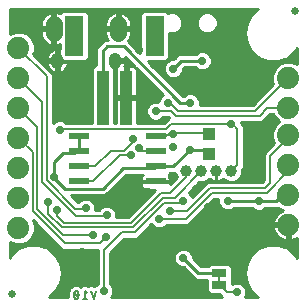
<source format=gbl>
G75*
%MOIN*%
%OFA0B0*%
%FSLAX25Y25*%
%IPPOS*%
%LPD*%
%AMOC8*
5,1,8,0,0,1.08239X$1,22.5*
%
%ADD10C,0.00500*%
%ADD11C,0.05512*%
%ADD12C,0.03937*%
%ADD13C,0.07400*%
%ADD14R,0.06700X0.02400*%
%ADD15C,0.02900*%
%ADD16C,0.02500*%
%ADD17C,0.03937*%
%ADD18R,0.03937X0.04331*%
%ADD19R,0.05000X0.02500*%
%ADD20R,0.01000X0.01600*%
%ADD21R,0.03937X0.18110*%
%ADD22R,0.06299X0.13386*%
%ADD23C,0.01000*%
%ADD24C,0.00800*%
D10*
X0148148Y0054058D02*
X0148186Y0054141D01*
X0148222Y0054226D01*
X0148253Y0054312D01*
X0148281Y0054400D01*
X0148305Y0054488D01*
X0148326Y0054577D01*
X0148343Y0054668D01*
X0148356Y0054758D01*
X0148365Y0054850D01*
X0148371Y0054941D01*
X0148373Y0055033D01*
X0146873Y0055033D02*
X0146875Y0054941D01*
X0146881Y0054850D01*
X0146890Y0054758D01*
X0146903Y0054668D01*
X0146920Y0054577D01*
X0146941Y0054488D01*
X0146965Y0054400D01*
X0146993Y0054312D01*
X0147024Y0054226D01*
X0147060Y0054141D01*
X0147098Y0054058D01*
X0147115Y0054015D01*
X0147135Y0053974D01*
X0147158Y0053935D01*
X0147185Y0053897D01*
X0147215Y0053862D01*
X0147247Y0053830D01*
X0147282Y0053800D01*
X0147319Y0053773D01*
X0147359Y0053750D01*
X0147400Y0053730D01*
X0147443Y0053713D01*
X0147487Y0053700D01*
X0147532Y0053691D01*
X0147577Y0053685D01*
X0147623Y0053683D01*
X0147669Y0053685D01*
X0147714Y0053691D01*
X0147759Y0053700D01*
X0147803Y0053713D01*
X0147846Y0053730D01*
X0147887Y0053750D01*
X0147927Y0053773D01*
X0147964Y0053800D01*
X0147999Y0053830D01*
X0148031Y0053862D01*
X0148061Y0053897D01*
X0148088Y0053935D01*
X0148111Y0053974D01*
X0148131Y0054015D01*
X0148148Y0054058D01*
X0148223Y0054283D02*
X0147023Y0055783D01*
X0147098Y0056008D02*
X0147115Y0056051D01*
X0147135Y0056092D01*
X0147158Y0056131D01*
X0147185Y0056169D01*
X0147215Y0056204D01*
X0147247Y0056236D01*
X0147282Y0056266D01*
X0147319Y0056293D01*
X0147359Y0056316D01*
X0147400Y0056336D01*
X0147443Y0056353D01*
X0147487Y0056366D01*
X0147532Y0056375D01*
X0147577Y0056381D01*
X0147623Y0056383D01*
X0147669Y0056381D01*
X0147714Y0056375D01*
X0147759Y0056366D01*
X0147803Y0056353D01*
X0147846Y0056336D01*
X0147887Y0056316D01*
X0147927Y0056293D01*
X0147964Y0056266D01*
X0147999Y0056236D01*
X0148031Y0056204D01*
X0148061Y0056169D01*
X0148088Y0056131D01*
X0148111Y0056092D01*
X0148131Y0056051D01*
X0148148Y0056008D01*
X0147098Y0056008D02*
X0147060Y0055925D01*
X0147024Y0055840D01*
X0146993Y0055754D01*
X0146965Y0055666D01*
X0146941Y0055578D01*
X0146920Y0055489D01*
X0146903Y0055398D01*
X0146890Y0055308D01*
X0146881Y0055216D01*
X0146875Y0055125D01*
X0146873Y0055033D01*
X0148373Y0055033D02*
X0148371Y0055125D01*
X0148365Y0055216D01*
X0148356Y0055308D01*
X0148343Y0055398D01*
X0148326Y0055489D01*
X0148305Y0055578D01*
X0148281Y0055666D01*
X0148253Y0055754D01*
X0148222Y0055840D01*
X0148186Y0055925D01*
X0148148Y0056008D01*
X0150503Y0056383D02*
X0150503Y0053683D01*
X0151253Y0053683D02*
X0149753Y0053683D01*
X0151253Y0055783D02*
X0150503Y0056383D01*
X0152483Y0056383D02*
X0153383Y0053683D01*
X0154283Y0056383D01*
D11*
X0161587Y0142420D02*
X0161587Y0145176D01*
X0140091Y0145176D02*
X0140091Y0142420D01*
D12*
X0141266Y0133657D02*
X0141266Y0132475D01*
X0141266Y0133657D02*
X0141266Y0133657D01*
X0141266Y0132475D01*
X0141266Y0132475D01*
X0160400Y0132475D02*
X0160400Y0133657D01*
X0160400Y0133657D01*
X0160400Y0132475D01*
X0160400Y0132475D01*
D13*
X0128333Y0137333D03*
X0128333Y0127333D03*
X0128333Y0117333D03*
X0128333Y0107333D03*
X0128333Y0097333D03*
X0128333Y0087333D03*
X0128333Y0077333D03*
X0218333Y0078333D03*
X0218333Y0088333D03*
X0218333Y0098333D03*
X0218333Y0108333D03*
X0218333Y0117333D03*
X0218333Y0127333D03*
D14*
X0174133Y0107833D03*
X0174133Y0102833D03*
X0174133Y0097833D03*
X0174133Y0092833D03*
X0148533Y0092833D03*
X0148533Y0097833D03*
X0148533Y0102833D03*
X0148533Y0107833D03*
D15*
X0142133Y0110033D03*
X0166433Y0106933D03*
X0168533Y0103933D03*
X0165733Y0101633D03*
X0179933Y0104433D03*
X0179883Y0108733D03*
X0185633Y0103333D03*
X0199333Y0111833D03*
X0210533Y0105833D03*
X0185633Y0119033D03*
X0178083Y0118833D03*
X0174033Y0116283D03*
X0169483Y0125983D03*
X0173383Y0131783D03*
X0179983Y0130433D03*
X0189633Y0133033D03*
X0186533Y0140633D03*
X0199533Y0135633D03*
X0193783Y0123333D03*
X0168383Y0136683D03*
X0144033Y0126433D03*
X0131033Y0145433D03*
X0140333Y0094433D03*
X0138333Y0086033D03*
X0141183Y0083383D03*
X0150783Y0083883D03*
X0157733Y0081583D03*
X0163133Y0082233D03*
X0157433Y0074183D03*
X0153033Y0074933D03*
X0149533Y0069333D03*
X0163133Y0069233D03*
X0173533Y0058333D03*
X0183333Y0067333D03*
X0199183Y0066833D03*
X0201133Y0055933D03*
X0175302Y0080333D03*
X0178883Y0083083D03*
X0183233Y0086433D03*
X0187683Y0090433D03*
X0179633Y0094433D03*
X0171633Y0089433D03*
X0191583Y0084233D03*
X0198133Y0086433D03*
X0208433Y0086283D03*
X0156833Y0056433D03*
D16*
X0126333Y0055333D03*
X0220633Y0149633D03*
D17*
X0199333Y0096333D03*
X0194333Y0096333D03*
X0189333Y0096333D03*
X0184333Y0096333D03*
D18*
X0191833Y0101987D03*
X0191833Y0108680D03*
D19*
X0195333Y0062333D03*
X0195333Y0058333D03*
D20*
X0195333Y0060333D03*
D21*
X0164270Y0120766D03*
X0156396Y0120766D03*
D22*
X0146948Y0141239D03*
X0173719Y0141239D03*
D23*
X0168870Y0141201D02*
X0165666Y0141201D01*
X0165738Y0141423D02*
X0165843Y0142085D01*
X0165843Y0143298D01*
X0162087Y0143298D01*
X0162087Y0144298D01*
X0161087Y0144298D01*
X0161087Y0149405D01*
X0160590Y0149327D01*
X0159953Y0149120D01*
X0159356Y0148815D01*
X0158814Y0148422D01*
X0158341Y0147948D01*
X0157947Y0147406D01*
X0157643Y0146809D01*
X0157436Y0146172D01*
X0157331Y0145510D01*
X0157331Y0144298D01*
X0161087Y0144298D01*
X0161087Y0143298D01*
X0157331Y0143298D01*
X0157331Y0142085D01*
X0157436Y0141423D01*
X0157643Y0140786D01*
X0157947Y0140189D01*
X0158060Y0140033D01*
X0156922Y0140033D01*
X0155485Y0138596D01*
X0154196Y0137308D01*
X0154196Y0131522D01*
X0153724Y0131522D01*
X0152728Y0130526D01*
X0152728Y0112433D01*
X0144188Y0112433D01*
X0143918Y0112704D01*
X0142760Y0113183D01*
X0141507Y0113183D01*
X0140349Y0112704D01*
X0139833Y0112188D01*
X0139833Y0128803D01*
X0133336Y0135300D01*
X0133733Y0136259D01*
X0133733Y0138407D01*
X0132911Y0140392D01*
X0131392Y0141911D01*
X0129407Y0142733D01*
X0127259Y0142733D01*
X0125433Y0141977D01*
X0125433Y0150233D01*
X0208124Y0150233D01*
X0206021Y0148469D01*
X0206021Y0148469D01*
X0206021Y0148469D01*
X0204364Y0145598D01*
X0203788Y0142333D01*
X0204364Y0139069D01*
X0204364Y0139069D01*
X0206021Y0136198D01*
X0208561Y0134067D01*
X0211676Y0132933D01*
X0214991Y0132933D01*
X0218106Y0134067D01*
X0220645Y0136198D01*
X0221233Y0137217D01*
X0221233Y0131977D01*
X0219407Y0132733D01*
X0217259Y0132733D01*
X0215274Y0131911D01*
X0213755Y0130392D01*
X0212933Y0128407D01*
X0212933Y0126259D01*
X0213330Y0125300D01*
X0206463Y0118433D01*
X0188783Y0118433D01*
X0188783Y0119660D01*
X0188304Y0120818D01*
X0187418Y0121704D01*
X0186260Y0122183D01*
X0185007Y0122183D01*
X0183849Y0121704D01*
X0183379Y0121233D01*
X0183145Y0121233D01*
X0171532Y0132846D01*
X0177573Y0132846D01*
X0178569Y0133842D01*
X0178569Y0142331D01*
X0178737Y0142262D01*
X0180118Y0142262D01*
X0181394Y0142790D01*
X0182371Y0143767D01*
X0182899Y0145043D01*
X0182899Y0146424D01*
X0182371Y0147700D01*
X0181394Y0148676D01*
X0180118Y0149205D01*
X0178737Y0149205D01*
X0178216Y0148989D01*
X0177573Y0149632D01*
X0169865Y0149632D01*
X0168870Y0148636D01*
X0168870Y0135508D01*
X0164782Y0139596D01*
X0164833Y0139647D01*
X0165227Y0140189D01*
X0165531Y0140786D01*
X0165738Y0141423D01*
X0165843Y0142199D02*
X0168870Y0142199D01*
X0168870Y0143198D02*
X0165843Y0143198D01*
X0165843Y0144298D02*
X0165843Y0145510D01*
X0165738Y0146172D01*
X0165531Y0146809D01*
X0165227Y0147406D01*
X0164833Y0147948D01*
X0164359Y0148422D01*
X0163818Y0148815D01*
X0163221Y0149120D01*
X0162584Y0149327D01*
X0162087Y0149405D01*
X0162087Y0144298D01*
X0165843Y0144298D01*
X0165843Y0145195D02*
X0168870Y0145195D01*
X0168870Y0146193D02*
X0165731Y0146193D01*
X0165336Y0147192D02*
X0168870Y0147192D01*
X0168870Y0148190D02*
X0164591Y0148190D01*
X0163007Y0149189D02*
X0169423Y0149189D01*
X0162087Y0149189D02*
X0161087Y0149189D01*
X0160167Y0149189D02*
X0151244Y0149189D01*
X0150801Y0149632D02*
X0143094Y0149632D01*
X0142292Y0148830D01*
X0141725Y0149120D01*
X0141087Y0149327D01*
X0140591Y0149405D01*
X0140591Y0144298D01*
X0139591Y0144298D01*
X0139591Y0149405D01*
X0139094Y0149327D01*
X0138457Y0149120D01*
X0137860Y0148815D01*
X0137318Y0148422D01*
X0136845Y0147948D01*
X0136451Y0147406D01*
X0136147Y0146809D01*
X0135940Y0146172D01*
X0135835Y0145510D01*
X0135835Y0144298D01*
X0139591Y0144298D01*
X0139591Y0143298D01*
X0135835Y0143298D01*
X0135835Y0142085D01*
X0135940Y0141423D01*
X0136147Y0140786D01*
X0136451Y0140189D01*
X0136845Y0139647D01*
X0137318Y0139173D01*
X0137860Y0138780D01*
X0138457Y0138476D01*
X0139094Y0138269D01*
X0139591Y0138190D01*
X0139591Y0143298D01*
X0140591Y0143298D01*
X0140591Y0138190D01*
X0141087Y0138269D01*
X0141725Y0138476D01*
X0142098Y0138666D01*
X0142098Y0137027D01*
X0141751Y0137096D01*
X0141751Y0133550D01*
X0142390Y0133550D01*
X0143094Y0132846D01*
X0150801Y0132846D01*
X0151797Y0133842D01*
X0151797Y0148636D01*
X0150801Y0149632D01*
X0151797Y0148190D02*
X0158583Y0148190D01*
X0157838Y0147192D02*
X0151797Y0147192D01*
X0151797Y0146193D02*
X0157443Y0146193D01*
X0157331Y0145195D02*
X0151797Y0145195D01*
X0151797Y0144196D02*
X0161087Y0144196D01*
X0161087Y0145195D02*
X0162087Y0145195D01*
X0162087Y0146193D02*
X0161087Y0146193D01*
X0161087Y0147192D02*
X0162087Y0147192D01*
X0162087Y0148190D02*
X0161087Y0148190D01*
X0162087Y0144196D02*
X0168870Y0144196D01*
X0168870Y0140202D02*
X0165234Y0140202D01*
X0165174Y0139204D02*
X0168870Y0139204D01*
X0168870Y0138205D02*
X0166173Y0138205D01*
X0167171Y0137207D02*
X0168870Y0137207D01*
X0168870Y0136208D02*
X0168170Y0136208D01*
X0164943Y0133213D02*
X0160885Y0133213D01*
X0160885Y0133550D02*
X0163869Y0133550D01*
X0163869Y0133998D01*
X0163797Y0134358D01*
X0167098Y0131058D01*
X0166818Y0131219D01*
X0166436Y0131322D01*
X0164755Y0131322D01*
X0164755Y0121251D01*
X0167739Y0121251D01*
X0167739Y0130019D01*
X0167637Y0130400D01*
X0167475Y0130680D01*
X0176548Y0121607D01*
X0176299Y0121504D01*
X0175413Y0120618D01*
X0174933Y0119460D01*
X0174933Y0119320D01*
X0174660Y0119433D01*
X0173407Y0119433D01*
X0172249Y0118954D01*
X0171363Y0118068D01*
X0170883Y0116910D01*
X0170883Y0115657D01*
X0171363Y0114499D01*
X0172249Y0113613D01*
X0173407Y0113133D01*
X0174660Y0113133D01*
X0175818Y0113613D01*
X0176388Y0114183D01*
X0178413Y0114183D01*
X0178513Y0114083D01*
X0178463Y0114083D01*
X0176813Y0112433D01*
X0167739Y0112433D01*
X0167739Y0120282D01*
X0164755Y0120282D01*
X0164755Y0121251D01*
X0163786Y0121251D01*
X0163786Y0131322D01*
X0163677Y0131322D01*
X0163735Y0131463D01*
X0163869Y0132133D01*
X0163869Y0132581D01*
X0160885Y0132581D01*
X0160885Y0133550D01*
X0160885Y0132581D02*
X0159916Y0132581D01*
X0159916Y0130675D01*
X0160065Y0130526D01*
X0160065Y0112433D01*
X0160802Y0112433D01*
X0160802Y0120282D01*
X0163786Y0120282D01*
X0163786Y0121251D01*
X0160802Y0121251D01*
X0160802Y0130019D01*
X0160885Y0130328D01*
X0160885Y0132581D01*
X0160885Y0132214D02*
X0159916Y0132214D01*
X0159916Y0131216D02*
X0160885Y0131216D01*
X0160855Y0130217D02*
X0160065Y0130217D01*
X0160065Y0129219D02*
X0160802Y0129219D01*
X0160802Y0128220D02*
X0160065Y0128220D01*
X0160065Y0127222D02*
X0160802Y0127222D01*
X0160802Y0126223D02*
X0160065Y0126223D01*
X0160065Y0125225D02*
X0160802Y0125225D01*
X0160802Y0124226D02*
X0160065Y0124226D01*
X0160065Y0123228D02*
X0160802Y0123228D01*
X0160802Y0122229D02*
X0160065Y0122229D01*
X0160065Y0121231D02*
X0163786Y0121231D01*
X0164755Y0121231D02*
X0176026Y0121231D01*
X0175926Y0122229D02*
X0167739Y0122229D01*
X0167739Y0123228D02*
X0174928Y0123228D01*
X0173929Y0124226D02*
X0167739Y0124226D01*
X0167739Y0125225D02*
X0172931Y0125225D01*
X0171932Y0126223D02*
X0167739Y0126223D01*
X0167739Y0127222D02*
X0170934Y0127222D01*
X0169935Y0128220D02*
X0167739Y0128220D01*
X0167739Y0129219D02*
X0168937Y0129219D01*
X0167938Y0130217D02*
X0167686Y0130217D01*
X0166940Y0131216D02*
X0166824Y0131216D01*
X0165941Y0132214D02*
X0163869Y0132214D01*
X0163786Y0131216D02*
X0164755Y0131216D01*
X0164755Y0130217D02*
X0163786Y0130217D01*
X0163786Y0129219D02*
X0164755Y0129219D01*
X0164755Y0128220D02*
X0163786Y0128220D01*
X0163786Y0127222D02*
X0164755Y0127222D01*
X0164755Y0126223D02*
X0163786Y0126223D01*
X0163786Y0125225D02*
X0164755Y0125225D01*
X0164755Y0124226D02*
X0163786Y0124226D01*
X0163786Y0123228D02*
X0164755Y0123228D01*
X0164755Y0122229D02*
X0163786Y0122229D01*
X0160802Y0120232D02*
X0160065Y0120232D01*
X0160065Y0119234D02*
X0160802Y0119234D01*
X0160802Y0118235D02*
X0160065Y0118235D01*
X0160065Y0117237D02*
X0160802Y0117237D01*
X0160802Y0116238D02*
X0160065Y0116238D01*
X0160065Y0115240D02*
X0160802Y0115240D01*
X0160802Y0114241D02*
X0160065Y0114241D01*
X0160065Y0113243D02*
X0160802Y0113243D01*
X0167739Y0113243D02*
X0173143Y0113243D01*
X0174924Y0113243D02*
X0177623Y0113243D01*
X0171621Y0114241D02*
X0167739Y0114241D01*
X0167739Y0115240D02*
X0171056Y0115240D01*
X0170883Y0116238D02*
X0167739Y0116238D01*
X0167739Y0117237D02*
X0171019Y0117237D01*
X0171530Y0118235D02*
X0167739Y0118235D01*
X0167739Y0119234D02*
X0172925Y0119234D01*
X0175253Y0120232D02*
X0167739Y0120232D01*
X0178155Y0126223D02*
X0212948Y0126223D01*
X0212933Y0127222D02*
X0177156Y0127222D01*
X0177742Y0128220D02*
X0176158Y0128220D01*
X0177313Y0128649D02*
X0176833Y0129807D01*
X0176833Y0131060D01*
X0177313Y0132218D01*
X0178199Y0133104D01*
X0179357Y0133583D01*
X0180022Y0133583D01*
X0180383Y0133945D01*
X0181672Y0135233D01*
X0187379Y0135233D01*
X0187849Y0135704D01*
X0189007Y0136183D01*
X0190260Y0136183D01*
X0191418Y0135704D01*
X0192304Y0134818D01*
X0192783Y0133660D01*
X0192783Y0132407D01*
X0192304Y0131249D01*
X0191418Y0130363D01*
X0190260Y0129883D01*
X0189007Y0129883D01*
X0187849Y0130363D01*
X0187379Y0130833D01*
X0183495Y0130833D01*
X0183133Y0130472D01*
X0183133Y0129807D01*
X0182654Y0128649D01*
X0181768Y0127763D01*
X0180610Y0127283D01*
X0179357Y0127283D01*
X0178199Y0127763D01*
X0177313Y0128649D01*
X0177077Y0129219D02*
X0175159Y0129219D01*
X0174161Y0130217D02*
X0176833Y0130217D01*
X0176898Y0131216D02*
X0173162Y0131216D01*
X0172164Y0132214D02*
X0177311Y0132214D01*
X0177940Y0133213D02*
X0178462Y0133213D01*
X0178569Y0134211D02*
X0180650Y0134211D01*
X0181648Y0135210D02*
X0178569Y0135210D01*
X0178569Y0136208D02*
X0206015Y0136208D01*
X0206021Y0136198D02*
X0206021Y0136198D01*
X0205439Y0137207D02*
X0178569Y0137207D01*
X0178569Y0138205D02*
X0204862Y0138205D01*
X0204340Y0139204D02*
X0178569Y0139204D01*
X0178569Y0140202D02*
X0204164Y0140202D01*
X0203988Y0141201D02*
X0178569Y0141201D01*
X0178569Y0142199D02*
X0203812Y0142199D01*
X0203788Y0142333D02*
X0203788Y0142333D01*
X0203941Y0143198D02*
X0193613Y0143198D01*
X0193205Y0142790D02*
X0194182Y0143767D01*
X0194710Y0145043D01*
X0194710Y0146424D01*
X0194182Y0147700D01*
X0193205Y0148676D01*
X0191929Y0149205D01*
X0190548Y0149205D01*
X0189272Y0148676D01*
X0188296Y0147700D01*
X0187767Y0146424D01*
X0187767Y0145043D01*
X0188296Y0143767D01*
X0189272Y0142790D01*
X0190548Y0142262D01*
X0191929Y0142262D01*
X0193205Y0142790D01*
X0194360Y0144196D02*
X0204117Y0144196D01*
X0204293Y0145195D02*
X0194710Y0145195D01*
X0194710Y0146193D02*
X0204708Y0146193D01*
X0204364Y0145598D02*
X0204364Y0145598D01*
X0205284Y0147192D02*
X0194392Y0147192D01*
X0193691Y0148190D02*
X0205861Y0148190D01*
X0206880Y0149189D02*
X0191968Y0149189D01*
X0190510Y0149189D02*
X0180157Y0149189D01*
X0178699Y0149189D02*
X0178016Y0149189D01*
X0181880Y0148190D02*
X0188786Y0148190D01*
X0188085Y0147192D02*
X0182581Y0147192D01*
X0182899Y0146193D02*
X0187767Y0146193D01*
X0187767Y0145195D02*
X0182899Y0145195D01*
X0182549Y0144196D02*
X0188118Y0144196D01*
X0188865Y0143198D02*
X0181802Y0143198D01*
X0191912Y0135210D02*
X0207199Y0135210D01*
X0208389Y0134211D02*
X0192555Y0134211D01*
X0192783Y0133213D02*
X0210908Y0133213D01*
X0208561Y0134067D02*
X0208561Y0134067D01*
X0213683Y0130217D02*
X0191066Y0130217D01*
X0192270Y0131216D02*
X0214579Y0131216D01*
X0216006Y0132214D02*
X0192704Y0132214D01*
X0189633Y0133033D02*
X0182583Y0133033D01*
X0179983Y0130433D01*
X0182225Y0128220D02*
X0212933Y0128220D01*
X0213269Y0129219D02*
X0182890Y0129219D01*
X0183133Y0130217D02*
X0188201Y0130217D01*
X0181150Y0123228D02*
X0211258Y0123228D01*
X0212256Y0124226D02*
X0180152Y0124226D01*
X0179153Y0125225D02*
X0213255Y0125225D01*
X0210259Y0122229D02*
X0182149Y0122229D01*
X0182233Y0119033D02*
X0163433Y0137833D01*
X0157833Y0137833D01*
X0156396Y0136396D01*
X0156396Y0120766D01*
X0152728Y0121231D02*
X0139833Y0121231D01*
X0139833Y0122229D02*
X0152728Y0122229D01*
X0152728Y0123228D02*
X0139833Y0123228D01*
X0139833Y0124226D02*
X0152728Y0124226D01*
X0152728Y0125225D02*
X0139833Y0125225D01*
X0139833Y0126223D02*
X0152728Y0126223D01*
X0152728Y0127222D02*
X0139833Y0127222D01*
X0139833Y0128220D02*
X0152728Y0128220D01*
X0152728Y0129219D02*
X0142468Y0129219D01*
X0142278Y0129140D02*
X0142909Y0129401D01*
X0143477Y0129781D01*
X0143961Y0130264D01*
X0144340Y0130832D01*
X0144602Y0131463D01*
X0144735Y0132133D01*
X0144735Y0132581D01*
X0141751Y0132581D01*
X0141751Y0133550D01*
X0140782Y0133550D01*
X0140782Y0137096D01*
X0140255Y0136991D01*
X0139623Y0136730D01*
X0139055Y0136350D01*
X0138572Y0135867D01*
X0138193Y0135299D01*
X0137931Y0134668D01*
X0137798Y0133998D01*
X0137798Y0133550D01*
X0140782Y0133550D01*
X0140782Y0132581D01*
X0141751Y0132581D01*
X0141751Y0129035D01*
X0142278Y0129140D01*
X0141751Y0129219D02*
X0140782Y0129219D01*
X0140782Y0129035D02*
X0140782Y0132581D01*
X0137798Y0132581D01*
X0137798Y0132133D01*
X0137931Y0131463D01*
X0138193Y0130832D01*
X0138572Y0130264D01*
X0139055Y0129781D01*
X0139623Y0129401D01*
X0140255Y0129140D01*
X0140782Y0129035D01*
X0140064Y0129219D02*
X0139418Y0129219D01*
X0138619Y0130217D02*
X0138419Y0130217D01*
X0138034Y0131216D02*
X0137421Y0131216D01*
X0137798Y0132214D02*
X0136422Y0132214D01*
X0135424Y0133213D02*
X0140782Y0133213D01*
X0141751Y0133213D02*
X0142727Y0133213D01*
X0141751Y0134211D02*
X0140782Y0134211D01*
X0140782Y0135210D02*
X0141751Y0135210D01*
X0141751Y0136208D02*
X0140782Y0136208D01*
X0142098Y0137207D02*
X0133733Y0137207D01*
X0133733Y0138205D02*
X0139493Y0138205D01*
X0139591Y0138205D02*
X0140591Y0138205D01*
X0140688Y0138205D02*
X0142098Y0138205D01*
X0140591Y0139204D02*
X0139591Y0139204D01*
X0139591Y0140202D02*
X0140591Y0140202D01*
X0140591Y0141201D02*
X0139591Y0141201D01*
X0139591Y0142199D02*
X0140591Y0142199D01*
X0140591Y0143198D02*
X0139591Y0143198D01*
X0139591Y0144196D02*
X0125433Y0144196D01*
X0125433Y0143198D02*
X0135835Y0143198D01*
X0135835Y0142199D02*
X0130697Y0142199D01*
X0132103Y0141201D02*
X0136012Y0141201D01*
X0136444Y0140202D02*
X0132990Y0140202D01*
X0133403Y0139204D02*
X0137288Y0139204D01*
X0138913Y0136208D02*
X0133712Y0136208D01*
X0133427Y0135210D02*
X0138156Y0135210D01*
X0137840Y0134211D02*
X0134425Y0134211D01*
X0140782Y0132214D02*
X0141751Y0132214D01*
X0141751Y0131216D02*
X0140782Y0131216D01*
X0140782Y0130217D02*
X0141751Y0130217D01*
X0143914Y0130217D02*
X0152728Y0130217D01*
X0153418Y0131216D02*
X0144499Y0131216D01*
X0144735Y0132214D02*
X0154196Y0132214D01*
X0154196Y0133213D02*
X0151168Y0133213D01*
X0151797Y0134211D02*
X0154196Y0134211D01*
X0154196Y0135210D02*
X0151797Y0135210D01*
X0151797Y0136208D02*
X0154196Y0136208D01*
X0154196Y0137207D02*
X0151797Y0137207D01*
X0151797Y0138205D02*
X0155094Y0138205D01*
X0155485Y0138596D02*
X0155485Y0138596D01*
X0156093Y0139204D02*
X0151797Y0139204D01*
X0151797Y0140202D02*
X0157940Y0140202D01*
X0157508Y0141201D02*
X0151797Y0141201D01*
X0151797Y0142199D02*
X0157331Y0142199D01*
X0157331Y0143198D02*
X0151797Y0143198D01*
X0142651Y0149189D02*
X0141511Y0149189D01*
X0140591Y0149189D02*
X0139591Y0149189D01*
X0138670Y0149189D02*
X0125433Y0149189D01*
X0125433Y0150187D02*
X0208070Y0150187D01*
X0221228Y0137207D02*
X0221233Y0137207D01*
X0221233Y0136208D02*
X0220651Y0136208D01*
X0220645Y0136198D02*
X0220645Y0136198D01*
X0220645Y0136198D01*
X0221233Y0135210D02*
X0219468Y0135210D01*
X0218278Y0134211D02*
X0221233Y0134211D01*
X0221233Y0133213D02*
X0215758Y0133213D01*
X0218106Y0134067D02*
X0218106Y0134067D01*
X0220661Y0132214D02*
X0221233Y0132214D01*
X0209261Y0121231D02*
X0187891Y0121231D01*
X0188546Y0120232D02*
X0208262Y0120232D01*
X0207264Y0119234D02*
X0188783Y0119234D01*
X0185633Y0119033D02*
X0182233Y0119033D01*
X0202391Y0112683D02*
X0209653Y0112683D01*
X0212203Y0115233D01*
X0213358Y0115233D01*
X0213755Y0114274D01*
X0215197Y0112833D01*
X0213755Y0111392D01*
X0212933Y0109407D01*
X0212933Y0107259D01*
X0213623Y0105593D01*
X0210083Y0102053D01*
X0210083Y0093203D01*
X0209513Y0092633D01*
X0191163Y0092633D01*
X0186151Y0087621D01*
X0185904Y0088218D01*
X0185046Y0089076D01*
X0188635Y0092665D01*
X0190063Y0092665D01*
X0191411Y0093223D01*
X0191975Y0093787D01*
X0192122Y0093639D01*
X0192690Y0093260D01*
X0193322Y0092998D01*
X0193992Y0092865D01*
X0194333Y0092865D01*
X0194333Y0096333D01*
X0194333Y0096333D01*
X0194333Y0092865D01*
X0194675Y0092865D01*
X0195345Y0092998D01*
X0195976Y0093260D01*
X0196544Y0093639D01*
X0196692Y0093787D01*
X0197255Y0093223D01*
X0198604Y0092665D01*
X0200063Y0092665D01*
X0201411Y0093223D01*
X0202443Y0094255D01*
X0203002Y0095604D01*
X0203002Y0097032D01*
X0203433Y0097463D01*
X0203433Y0111303D01*
X0202483Y0112253D01*
X0202483Y0112460D01*
X0202391Y0112683D01*
X0202492Y0112244D02*
X0214607Y0112244D01*
X0214787Y0113243D02*
X0210212Y0113243D01*
X0211211Y0114241D02*
X0213789Y0114241D01*
X0213695Y0111245D02*
X0203433Y0111245D01*
X0203433Y0110247D02*
X0213281Y0110247D01*
X0212933Y0109248D02*
X0203433Y0109248D01*
X0203433Y0108250D02*
X0212933Y0108250D01*
X0212937Y0107251D02*
X0203433Y0107251D01*
X0203433Y0106253D02*
X0213350Y0106253D01*
X0213285Y0105254D02*
X0203433Y0105254D01*
X0203433Y0104256D02*
X0212286Y0104256D01*
X0211288Y0103257D02*
X0203433Y0103257D01*
X0203433Y0102259D02*
X0210289Y0102259D01*
X0210083Y0101260D02*
X0203433Y0101260D01*
X0203433Y0100262D02*
X0210083Y0100262D01*
X0210083Y0099263D02*
X0203433Y0099263D01*
X0203433Y0098265D02*
X0210083Y0098265D01*
X0210083Y0097266D02*
X0203236Y0097266D01*
X0203002Y0096268D02*
X0210083Y0096268D01*
X0210083Y0095269D02*
X0202863Y0095269D01*
X0202450Y0094271D02*
X0210083Y0094271D01*
X0210083Y0093272D02*
X0201460Y0093272D01*
X0197206Y0093272D02*
X0195995Y0093272D01*
X0194333Y0093272D02*
X0194333Y0093272D01*
X0194333Y0094271D02*
X0194333Y0094271D01*
X0194333Y0095269D02*
X0194333Y0095269D01*
X0194333Y0096268D02*
X0194333Y0096268D01*
X0192671Y0093272D02*
X0191460Y0093272D01*
X0190804Y0092274D02*
X0188244Y0092274D01*
X0187245Y0091275D02*
X0189805Y0091275D01*
X0188807Y0090277D02*
X0186247Y0090277D01*
X0185248Y0089278D02*
X0187808Y0089278D01*
X0186810Y0088280D02*
X0185842Y0088280D01*
X0190956Y0084286D02*
X0195826Y0084286D01*
X0195463Y0084649D02*
X0196349Y0083763D01*
X0197507Y0083283D01*
X0198760Y0083283D01*
X0199918Y0083763D01*
X0200238Y0084083D01*
X0206179Y0084083D01*
X0206649Y0083613D01*
X0207807Y0083133D01*
X0209060Y0083133D01*
X0210218Y0083613D01*
X0210688Y0084083D01*
X0214947Y0084083D01*
X0215274Y0083755D01*
X0216558Y0083224D01*
X0216337Y0083152D01*
X0215608Y0082781D01*
X0214946Y0082300D01*
X0214367Y0081721D01*
X0213886Y0081059D01*
X0213514Y0080329D01*
X0213261Y0079551D01*
X0213148Y0078833D01*
X0217833Y0078833D01*
X0217833Y0077833D01*
X0218833Y0077833D01*
X0218833Y0073148D01*
X0219551Y0073261D01*
X0220329Y0073514D01*
X0221059Y0073886D01*
X0221233Y0074013D01*
X0221233Y0067450D01*
X0220645Y0068469D01*
X0218106Y0070600D01*
X0214991Y0071733D01*
X0211676Y0071733D01*
X0208561Y0070600D01*
X0206021Y0068469D01*
X0206021Y0068469D01*
X0206021Y0068469D01*
X0204364Y0065598D01*
X0203788Y0062333D01*
X0204364Y0059069D01*
X0204364Y0059069D01*
X0206021Y0056198D01*
X0208124Y0054433D01*
X0203922Y0054433D01*
X0204283Y0055307D01*
X0204283Y0056560D01*
X0203804Y0057718D01*
X0202918Y0058604D01*
X0201760Y0059083D01*
X0200507Y0059083D01*
X0199533Y0058680D01*
X0199533Y0060287D01*
X0199487Y0060333D01*
X0199533Y0060379D01*
X0199533Y0064287D01*
X0198537Y0065283D01*
X0192129Y0065283D01*
X0191379Y0064533D01*
X0189245Y0064533D01*
X0186483Y0067295D01*
X0186483Y0067960D01*
X0186004Y0069118D01*
X0185118Y0070004D01*
X0183960Y0070483D01*
X0182707Y0070483D01*
X0181549Y0070004D01*
X0180663Y0069118D01*
X0180183Y0067960D01*
X0180183Y0066707D01*
X0180663Y0065549D01*
X0181549Y0064663D01*
X0182707Y0064183D01*
X0183372Y0064183D01*
X0186133Y0061422D01*
X0187422Y0060133D01*
X0191133Y0060133D01*
X0191133Y0056379D01*
X0192129Y0055383D01*
X0195313Y0055383D01*
X0196263Y0054433D01*
X0159288Y0054433D01*
X0159504Y0054649D01*
X0159983Y0055807D01*
X0159983Y0057060D01*
X0159504Y0058218D01*
X0158933Y0058788D01*
X0158933Y0069063D01*
X0163603Y0073733D01*
X0167903Y0073733D01*
X0169133Y0074963D01*
X0172675Y0078505D01*
X0173517Y0077663D01*
X0174675Y0077183D01*
X0175928Y0077183D01*
X0177086Y0077663D01*
X0177657Y0078233D01*
X0184903Y0078233D01*
X0193603Y0086933D01*
X0194983Y0086933D01*
X0194983Y0085807D01*
X0195463Y0084649D01*
X0195200Y0085284D02*
X0191954Y0085284D01*
X0192953Y0086283D02*
X0194983Y0086283D01*
X0198133Y0086433D02*
X0198283Y0086283D01*
X0208433Y0086283D01*
X0214283Y0086283D01*
X0216333Y0088333D01*
X0218333Y0088333D01*
X0216405Y0083287D02*
X0209431Y0083287D01*
X0207435Y0083287D02*
X0198769Y0083287D01*
X0197497Y0083287D02*
X0189957Y0083287D01*
X0188959Y0082289D02*
X0214935Y0082289D01*
X0214054Y0081290D02*
X0187960Y0081290D01*
X0186961Y0080292D02*
X0213502Y0080292D01*
X0213221Y0079293D02*
X0185963Y0079293D01*
X0184964Y0078295D02*
X0217833Y0078295D01*
X0217833Y0077833D02*
X0213148Y0077833D01*
X0213261Y0077116D01*
X0213514Y0076337D01*
X0213886Y0075608D01*
X0214367Y0074946D01*
X0214946Y0074367D01*
X0215608Y0073886D01*
X0216337Y0073514D01*
X0217116Y0073261D01*
X0217833Y0073148D01*
X0217833Y0077833D01*
X0217833Y0077296D02*
X0218833Y0077296D01*
X0218833Y0076298D02*
X0217833Y0076298D01*
X0217833Y0075299D02*
X0218833Y0075299D01*
X0218833Y0074301D02*
X0217833Y0074301D01*
X0217833Y0073302D02*
X0218833Y0073302D01*
X0219676Y0073302D02*
X0221233Y0073302D01*
X0221233Y0072304D02*
X0162173Y0072304D01*
X0163172Y0073302D02*
X0216990Y0073302D01*
X0216167Y0071305D02*
X0221233Y0071305D01*
X0221233Y0070307D02*
X0218455Y0070307D01*
X0219645Y0069308D02*
X0221233Y0069308D01*
X0221233Y0068310D02*
X0220737Y0068310D01*
X0220645Y0068469D02*
X0220645Y0068469D01*
X0215037Y0074301D02*
X0168470Y0074301D01*
X0169133Y0074963D02*
X0169133Y0074963D01*
X0169469Y0075299D02*
X0214110Y0075299D01*
X0213534Y0076298D02*
X0170467Y0076298D01*
X0171466Y0077296D02*
X0174403Y0077296D01*
X0176201Y0077296D02*
X0213233Y0077296D01*
X0210499Y0071305D02*
X0161175Y0071305D01*
X0160176Y0070307D02*
X0182280Y0070307D01*
X0180853Y0069308D02*
X0159178Y0069308D01*
X0158933Y0068310D02*
X0180328Y0068310D01*
X0180183Y0067311D02*
X0158933Y0067311D01*
X0158933Y0066312D02*
X0180347Y0066312D01*
X0180898Y0065314D02*
X0158933Y0065314D01*
X0158933Y0064315D02*
X0182388Y0064315D01*
X0184238Y0063317D02*
X0158933Y0063317D01*
X0158933Y0062318D02*
X0185237Y0062318D01*
X0186235Y0061320D02*
X0158933Y0061320D01*
X0158933Y0060321D02*
X0187234Y0060321D01*
X0188333Y0062333D02*
X0195333Y0062333D01*
X0199533Y0062318D02*
X0203791Y0062318D01*
X0203788Y0062333D02*
X0203788Y0062333D01*
X0203962Y0063317D02*
X0199533Y0063317D01*
X0199505Y0064315D02*
X0204138Y0064315D01*
X0204314Y0065314D02*
X0188464Y0065314D01*
X0187465Y0066312D02*
X0204777Y0066312D01*
X0204364Y0065598D02*
X0204364Y0065598D01*
X0205353Y0067311D02*
X0186483Y0067311D01*
X0186339Y0068310D02*
X0205930Y0068310D01*
X0207022Y0069308D02*
X0185813Y0069308D01*
X0184387Y0070307D02*
X0208212Y0070307D01*
X0208561Y0070600D02*
X0208561Y0070600D01*
X0203967Y0061320D02*
X0199533Y0061320D01*
X0199499Y0060321D02*
X0204143Y0060321D01*
X0204319Y0059323D02*
X0199533Y0059323D01*
X0203197Y0058324D02*
X0204794Y0058324D01*
X0205370Y0057326D02*
X0203966Y0057326D01*
X0204283Y0056327D02*
X0205947Y0056327D01*
X0206021Y0056198D02*
X0206021Y0056198D01*
X0207057Y0055329D02*
X0204283Y0055329D01*
X0195368Y0055329D02*
X0159785Y0055329D01*
X0159983Y0056327D02*
X0191185Y0056327D01*
X0191133Y0057326D02*
X0159873Y0057326D01*
X0159397Y0058324D02*
X0191133Y0058324D01*
X0191133Y0059323D02*
X0158933Y0059323D01*
X0154733Y0059323D02*
X0142348Y0059323D01*
X0142303Y0059069D02*
X0142878Y0062333D01*
X0142878Y0062333D01*
X0142303Y0065598D01*
X0140645Y0068469D01*
X0138106Y0070600D01*
X0134991Y0071733D01*
X0131676Y0071733D01*
X0128561Y0070600D01*
X0126021Y0068469D01*
X0126021Y0068469D01*
X0126021Y0068469D01*
X0125433Y0067450D01*
X0125433Y0072690D01*
X0127259Y0071933D01*
X0129407Y0071933D01*
X0131392Y0072755D01*
X0132911Y0074274D01*
X0133733Y0076259D01*
X0133733Y0078407D01*
X0133128Y0079869D01*
X0142863Y0070133D01*
X0154733Y0070133D01*
X0154733Y0058788D01*
X0154359Y0058414D01*
X0154134Y0058489D01*
X0153383Y0058113D01*
X0152633Y0058489D01*
X0151525Y0058119D01*
X0151311Y0058333D01*
X0151187Y0058333D01*
X0151091Y0058411D01*
X0150395Y0058333D01*
X0149696Y0058333D01*
X0149608Y0058246D01*
X0149485Y0058232D01*
X0149152Y0057815D01*
X0148443Y0058321D01*
X0148431Y0058333D01*
X0146816Y0058333D01*
X0146803Y0058321D01*
X0145852Y0057641D01*
X0145699Y0057589D01*
X0145657Y0057502D01*
X0145514Y0057400D01*
X0145360Y0056950D01*
X0145174Y0056801D01*
X0145133Y0056426D01*
X0144923Y0055997D01*
X0144923Y0054433D01*
X0138542Y0054433D01*
X0140645Y0056198D01*
X0142303Y0059069D01*
X0142303Y0059069D01*
X0141873Y0058324D02*
X0146807Y0058324D01*
X0145514Y0057400D02*
X0145514Y0057400D01*
X0145514Y0057400D01*
X0145489Y0057326D02*
X0141296Y0057326D01*
X0140720Y0056327D02*
X0145085Y0056327D01*
X0144923Y0055329D02*
X0139610Y0055329D01*
X0140645Y0056198D02*
X0140645Y0056198D01*
X0140645Y0056198D01*
X0142524Y0060321D02*
X0154733Y0060321D01*
X0154733Y0061320D02*
X0142700Y0061320D01*
X0142876Y0062318D02*
X0154733Y0062318D01*
X0154733Y0063317D02*
X0142705Y0063317D01*
X0142529Y0064315D02*
X0154733Y0064315D01*
X0154733Y0065314D02*
X0142353Y0065314D01*
X0142303Y0065598D02*
X0142303Y0065598D01*
X0141890Y0066312D02*
X0154733Y0066312D01*
X0154733Y0067311D02*
X0141314Y0067311D01*
X0140737Y0068310D02*
X0154733Y0068310D01*
X0154733Y0069308D02*
X0139645Y0069308D01*
X0140645Y0068469D02*
X0140645Y0068469D01*
X0142690Y0070307D02*
X0138455Y0070307D01*
X0138106Y0070600D02*
X0138106Y0070600D01*
X0136167Y0071305D02*
X0141692Y0071305D01*
X0140693Y0072304D02*
X0130301Y0072304D01*
X0130499Y0071305D02*
X0125433Y0071305D01*
X0125433Y0070307D02*
X0128212Y0070307D01*
X0128561Y0070600D02*
X0128561Y0070600D01*
X0127022Y0069308D02*
X0125433Y0069308D01*
X0125433Y0068310D02*
X0125930Y0068310D01*
X0126365Y0072304D02*
X0125433Y0072304D01*
X0131939Y0073302D02*
X0139695Y0073302D01*
X0138696Y0074301D02*
X0132922Y0074301D01*
X0133336Y0075299D02*
X0137698Y0075299D01*
X0136699Y0076298D02*
X0133733Y0076298D01*
X0133733Y0077296D02*
X0135701Y0077296D01*
X0134702Y0078295D02*
X0133733Y0078295D01*
X0133704Y0079293D02*
X0133366Y0079293D01*
X0145759Y0088233D02*
X0148109Y0085883D01*
X0148329Y0085883D01*
X0148999Y0086554D01*
X0150157Y0087033D01*
X0151410Y0087033D01*
X0152568Y0086554D01*
X0153454Y0085668D01*
X0153933Y0084510D01*
X0153933Y0083383D01*
X0155079Y0083383D01*
X0155949Y0084254D01*
X0157107Y0084733D01*
X0158360Y0084733D01*
X0159518Y0084254D01*
X0160404Y0083368D01*
X0160883Y0082210D01*
X0160883Y0081133D01*
X0165013Y0081133D01*
X0174013Y0090133D01*
X0170586Y0090133D01*
X0170204Y0090236D01*
X0169862Y0090433D01*
X0169583Y0090712D01*
X0169386Y0091054D01*
X0169283Y0091436D01*
X0169283Y0092733D01*
X0174033Y0092733D01*
X0174033Y0092933D01*
X0169283Y0092933D01*
X0169283Y0094231D01*
X0169386Y0094612D01*
X0169583Y0094954D01*
X0169762Y0095133D01*
X0164245Y0095133D01*
X0157345Y0088233D01*
X0145759Y0088233D01*
X0146712Y0087281D02*
X0171161Y0087281D01*
X0170163Y0086283D02*
X0152839Y0086283D01*
X0153613Y0085284D02*
X0169164Y0085284D01*
X0168166Y0084286D02*
X0159441Y0084286D01*
X0160437Y0083287D02*
X0167167Y0083287D01*
X0166169Y0082289D02*
X0160851Y0082289D01*
X0160883Y0081290D02*
X0165170Y0081290D01*
X0172464Y0078295D02*
X0172886Y0078295D01*
X0172160Y0088280D02*
X0157391Y0088280D01*
X0158390Y0089278D02*
X0173158Y0089278D01*
X0170133Y0090277D02*
X0159388Y0090277D01*
X0160387Y0091275D02*
X0169326Y0091275D01*
X0169283Y0092274D02*
X0161385Y0092274D01*
X0162384Y0093272D02*
X0169283Y0093272D01*
X0169294Y0094271D02*
X0163382Y0094271D01*
X0163333Y0097333D02*
X0156433Y0090433D01*
X0143933Y0090433D01*
X0140333Y0094033D01*
X0140333Y0094433D01*
X0140333Y0099333D01*
X0143333Y0102333D01*
X0147033Y0102333D01*
X0148533Y0102833D02*
X0148533Y0107833D01*
X0139889Y0112244D02*
X0139833Y0112244D01*
X0139833Y0113243D02*
X0152728Y0113243D01*
X0152728Y0114241D02*
X0139833Y0114241D01*
X0139833Y0115240D02*
X0152728Y0115240D01*
X0152728Y0116238D02*
X0139833Y0116238D01*
X0139833Y0117237D02*
X0152728Y0117237D01*
X0152728Y0118235D02*
X0139833Y0118235D01*
X0139833Y0119234D02*
X0152728Y0119234D01*
X0152728Y0120232D02*
X0139833Y0120232D01*
X0163826Y0134211D02*
X0163944Y0134211D01*
X0140591Y0145195D02*
X0139591Y0145195D01*
X0139591Y0146193D02*
X0140591Y0146193D01*
X0140591Y0147192D02*
X0139591Y0147192D01*
X0139591Y0148190D02*
X0140591Y0148190D01*
X0137087Y0148190D02*
X0125433Y0148190D01*
X0125433Y0147192D02*
X0136342Y0147192D01*
X0135947Y0146193D02*
X0125433Y0146193D01*
X0125433Y0145195D02*
X0135835Y0145195D01*
X0125970Y0142199D02*
X0125433Y0142199D01*
X0179933Y0097833D02*
X0185433Y0103333D01*
X0185633Y0103333D01*
X0190487Y0103333D01*
X0191833Y0101987D01*
X0180803Y0095269D02*
X0178523Y0095269D01*
X0178446Y0095192D02*
X0178887Y0095633D01*
X0180665Y0095633D01*
X0180665Y0095604D01*
X0181223Y0094255D01*
X0181254Y0094224D01*
X0178983Y0091953D01*
X0178983Y0092733D01*
X0174233Y0092733D01*
X0174233Y0092933D01*
X0178983Y0092933D01*
X0178983Y0094231D01*
X0178881Y0094612D01*
X0178684Y0094954D01*
X0178446Y0095192D01*
X0178973Y0094271D02*
X0181217Y0094271D01*
X0180302Y0093272D02*
X0178983Y0093272D01*
X0178983Y0092274D02*
X0179304Y0092274D01*
X0179933Y0097833D02*
X0174133Y0097833D01*
X0173633Y0097333D01*
X0163333Y0097333D01*
X0148728Y0086283D02*
X0147710Y0086283D01*
X0153933Y0084286D02*
X0156026Y0084286D01*
X0183333Y0067333D02*
X0188333Y0062333D01*
X0153805Y0058324D02*
X0152961Y0058324D01*
X0152140Y0058324D02*
X0151320Y0058324D01*
X0149687Y0058324D02*
X0148440Y0058324D01*
D24*
X0156833Y0056433D02*
X0156833Y0069933D01*
X0162733Y0075833D01*
X0167033Y0075833D01*
X0176933Y0085733D01*
X0182533Y0085733D01*
X0183233Y0086433D01*
X0180433Y0087433D02*
X0189333Y0096333D01*
X0184333Y0096333D02*
X0184333Y0094333D01*
X0178933Y0088933D01*
X0175783Y0088933D01*
X0165883Y0079033D01*
X0143633Y0079033D01*
X0141183Y0081483D01*
X0141183Y0083383D01*
X0138333Y0082133D02*
X0142933Y0077533D01*
X0166533Y0077533D01*
X0176433Y0087433D01*
X0180433Y0087433D01*
X0178883Y0083083D02*
X0184583Y0083083D01*
X0192033Y0090533D01*
X0210383Y0090533D01*
X0212183Y0092333D01*
X0212183Y0101183D01*
X0218333Y0107333D01*
X0218333Y0108333D01*
X0211333Y0117333D02*
X0208783Y0114783D01*
X0180783Y0114783D01*
X0179283Y0116283D01*
X0174033Y0116283D01*
X0178083Y0118833D02*
X0178933Y0118833D01*
X0181433Y0116333D01*
X0207333Y0116333D01*
X0218333Y0127333D01*
X0218333Y0117333D02*
X0211333Y0117333D01*
X0201333Y0110433D02*
X0199933Y0111833D01*
X0199333Y0111833D01*
X0199183Y0111983D01*
X0179333Y0111983D01*
X0177683Y0110333D01*
X0142433Y0110333D01*
X0142133Y0110033D01*
X0134683Y0110983D02*
X0134683Y0083583D01*
X0143333Y0074933D01*
X0153033Y0074933D01*
X0155483Y0072233D02*
X0143733Y0072233D01*
X0133133Y0082833D01*
X0133133Y0102533D01*
X0128333Y0107333D01*
X0134683Y0110983D02*
X0128333Y0117333D01*
X0136233Y0119433D02*
X0136233Y0092633D01*
X0147583Y0081283D01*
X0157433Y0081283D01*
X0157733Y0081583D01*
X0150783Y0083883D02*
X0150683Y0083783D01*
X0147240Y0083783D01*
X0137733Y0093290D01*
X0137733Y0127933D01*
X0128333Y0137333D01*
X0128333Y0127333D02*
X0136233Y0119433D01*
X0163433Y0103133D02*
X0166433Y0106133D01*
X0166433Y0106933D01*
X0168533Y0103933D02*
X0169633Y0102833D01*
X0174133Y0102833D01*
X0174133Y0107833D02*
X0177633Y0107833D01*
X0178533Y0108733D01*
X0179883Y0108733D01*
X0179783Y0108833D01*
X0191680Y0108833D01*
X0191833Y0108680D01*
X0201333Y0110433D02*
X0201333Y0098333D01*
X0199333Y0096333D01*
X0192733Y0089033D02*
X0184033Y0080333D01*
X0175302Y0080333D01*
X0157433Y0074183D02*
X0155483Y0072233D01*
X0138333Y0082133D02*
X0138333Y0086033D01*
X0148533Y0092833D02*
X0153333Y0092833D01*
X0162133Y0101633D01*
X0165733Y0101633D01*
X0163433Y0103133D02*
X0159233Y0103133D01*
X0153933Y0097833D01*
X0148533Y0097833D01*
X0148033Y0102333D02*
X0147033Y0102333D01*
X0148033Y0102333D02*
X0148533Y0102833D01*
X0192733Y0089033D02*
X0211033Y0089033D01*
X0218333Y0096333D01*
X0218333Y0098333D01*
X0195333Y0058333D02*
X0197733Y0055933D01*
X0201133Y0055933D01*
M02*

</source>
